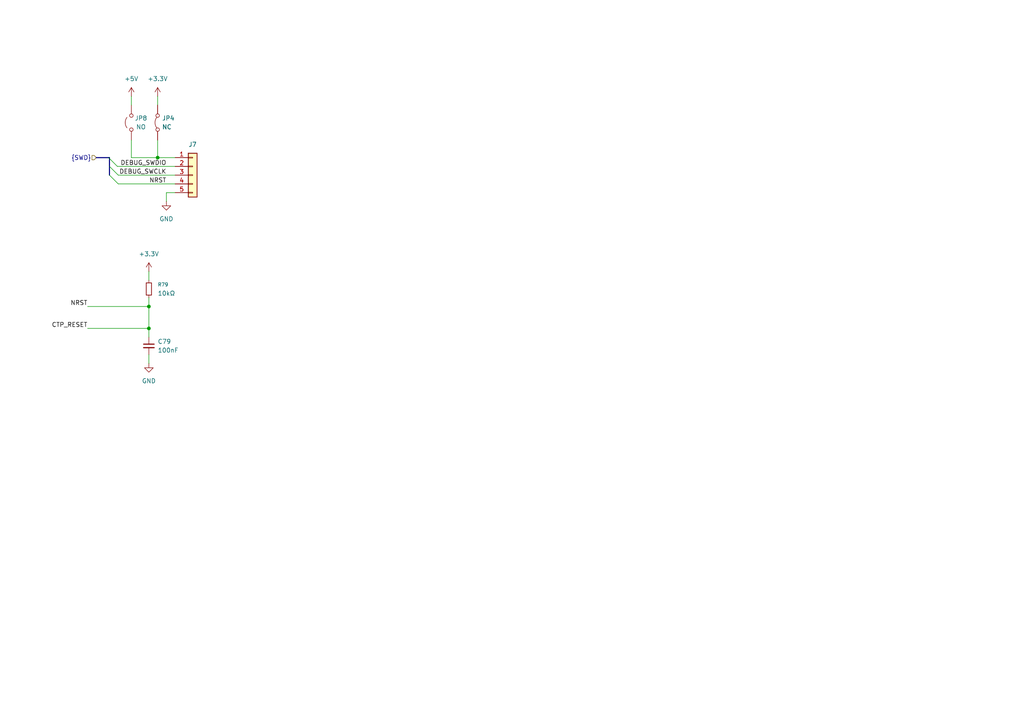
<source format=kicad_sch>
(kicad_sch (version 20250114) (generator "eeschema") (generator_version "9.0")
  (paper "A4")
  (title_block (rev "${REVISION}") (company "${COMPANY}"))
  (lib_symbols
    (symbol "0_capacitors:CL05B104KO5NNNC" (pin_numbers (hide yes)) (pin_names (offset 0.254) (hide yes))
      (property "Reference" "C" (at 0.254 1.778 0))
      (property "Value" "100nF" (at 0.254 -2.032 0))
      (symbol "CL05B104KO5NNNC_0_1"
        (polyline (pts (xy -1.524 0.508) (xy 1.524 0.508)) (stroke (width 0.3048)))
        (polyline (pts (xy -1.524 -0.508) (xy 1.524 -0.508)) (stroke (width 0.3302)))
      )
      (symbol "CL05B104KO5NNNC_1_1"
        (pin passive line (at 0 2.54 270) (length 2.032) (name "~") (number "1"))
        (pin passive line (at 0 -2.54 90) (length 2.032) (name "~") (number "2"))
      )
    )
    (symbol "0_connectors:B5B-PH-K-S" (pin_names (offset 1.016) (hide yes))
      (property "Reference" "J" (at 0 7.62 0))
      (symbol "B5B-PH-K-S_1_1"
        (rectangle (start -1.27 6.35) (end 1.27 -6.35) (stroke (width 0.254)) (fill (type background)))
        (rectangle (start -1.27 5.207) (end 0 4.953) (stroke (width 0.1524)))
        (rectangle (start -1.27 2.667) (end 0 2.413) (stroke (width 0.1524)))
        (rectangle (start -1.27 0.127) (end 0 -0.127) (stroke (width 0.1524)))
        (rectangle (start -1.27 -2.413) (end 0 -2.667) (stroke (width 0.1524)))
        (rectangle (start -1.27 -4.953) (end 0 -5.207) (stroke (width 0.1524)))
        (pin passive line (at -5.08 5.08 0) (length 3.81) (name "Pin_1") (number "1"))
        (pin passive line (at -5.08 2.54 0) (length 3.81) (name "Pin_2") (number "2"))
        (pin passive line (at -5.08 0 0) (length 3.81) (name "Pin_3") (number "3"))
        (pin passive line (at -5.08 -2.54 0) (length 3.81) (name "Pin_4") (number "4"))
        (pin passive line (at -5.08 -5.08 0) (length 3.81) (name "Pin_5") (number "5"))
      )
    )
    (symbol "0_modules:Jumper_2_Bridged" (pin_numbers (hide yes)) (pin_names (offset 0) (hide yes))
      (property "Reference" "JP" (at 0 1.905 0))
      (property "Value" "NC" (at 0 -2.54 0))
      (symbol "Jumper_2_Bridged_0_0"
        (circle (center -2.032 0) (radius 0.508))
        (circle (center 2.032 0) (radius 0.508))
      )
      (symbol "Jumper_2_Bridged_0_1"
        (arc (start -1.524 0.254) (mid 0 0.762) (end 1.524 0.254))
      )
      (symbol "Jumper_2_Bridged_1_1"
        (pin passive line (at -5.08 0 0) (length 2.54) (name "A") (number "1"))
        (pin passive line (at 5.08 0 180) (length 2.54) (name "B") (number "2"))
      )
    )
    (symbol "0_modules:Jumper_2_Open" (pin_numbers (hide yes)) (pin_names (offset 0) (hide yes))
      (property "Reference" "JP" (at 0 2.794 0))
      (property "Value" "NO" (at 0 -2.286 0))
      (symbol "Jumper_2_Open_0_0"
        (circle (center -2.032 0) (radius 0.508))
        (circle (center 2.032 0) (radius 0.508))
      )
      (symbol "Jumper_2_Open_0_1"
        (arc (start -1.524 1.27) (mid 0 1.778) (end 1.524 1.27))
      )
      (symbol "Jumper_2_Open_1_1"
        (pin passive line (at -5.08 0 0) (length 2.54) (name "A") (number "1"))
        (pin passive line (at 5.08 0 180) (length 2.54) (name "B") (number "2"))
      )
    )
    (symbol "0_resistors:0402WGF1002TCE" (pin_numbers (hide yes)) (pin_names (offset 0.254) (hide yes))
      (property "Reference" "R" (at 0 0 90))
      (property "Value" "10kΩ" (at 1.778 0 90))
      (symbol "0402WGF1002TCE_0_1"
        (rectangle (start -0.762 1.778) (end 0.762 -1.778) (stroke (width 0.2032)))
      )
      (symbol "0402WGF1002TCE_1_1"
        (pin passive line (at 0 2.54 270) (length 0.762) (name "~") (number "1"))
        (pin passive line (at 0 -2.54 90) (length 0.762) (name "~") (number "2"))
      )
    )
    (symbol "power:+3.3V" (power) (pin_numbers (hide yes)) (pin_names (offset 0) (hide yes))
      (property "Value" "+3.3V" (at 0 3.556 0))
      (symbol "+3.3V_0_1"
        (polyline (pts (xy -0.762 1.27) (xy 0 2.54)))
        (polyline (pts (xy 0 2.54) (xy 0.762 1.27)))
        (polyline (pts (xy 0 0) (xy 0 2.54)))
      )
      (symbol "+3.3V_1_1"
        (pin power_in line (at 0 0 90) (length 0) (name "~") (number "1"))
      )
    )
    (symbol "power:+5V" (power) (pin_numbers (hide yes)) (pin_names (offset 0) (hide yes))
      (property "Value" "+5V" (at 0 3.556 0))
      (symbol "+5V_0_1"
        (polyline (pts (xy -0.762 1.27) (xy 0 2.54)))
        (polyline (pts (xy 0 2.54) (xy 0.762 1.27)))
        (polyline (pts (xy 0 0) (xy 0 2.54)))
      )
      (symbol "+5V_1_1"
        (pin power_in line (at 0 0 90) (length 0) (name "~") (number "1"))
      )
    )
    (symbol "power:GND" (power) (pin_numbers (hide yes)) (pin_names (offset 0) (hide yes))
      (property "Value" "GND" (at 0 -3.81 0))
      (symbol "GND_0_1"
        (polyline (pts (xy 0 0) (xy 0 -1.27) (xy 1.27 -1.27) (xy 0 -2.54) (xy -1.27 -1.27) (xy 0 -1.27)))
      )
      (symbol "GND_1_1"
        (pin power_in line (at 0 0 270) (length 0) (name "~") (number "1"))
      )
    )
  )
  (junction (at 43.18 95.25))
  (junction (at 45.72 45.72))
  (junction (at 43.18 88.9))
  (bus_entry (at 31.496 45.72) (size 2.54 2.54))
  (bus_entry (at 31.75 50.8) (size 2.54 2.54))
  (bus_entry (at 31.75 48.26) (size 2.54 2.54))
  (wire (pts (xy 45.72 27.94) (xy 45.72 30.48)))
  (bus (pts (xy 31.496 45.72) (xy 31.75 45.72)))
  (bus (pts (xy 27.94 45.72) (xy 31.496 45.72)))
  (wire (pts (xy 34.036 48.26) (xy 50.8 48.26)))
  (wire (pts (xy 48.26 55.88) (xy 50.8 55.88)))
  (wire (pts (xy 43.18 102.87) (xy 43.18 105.41)))
  (wire (pts (xy 34.29 53.34) (xy 50.8 53.34)))
  (bus (pts (xy 31.75 48.26) (xy 31.75 50.8)))
  (wire (pts (xy 43.18 88.9) (xy 43.18 95.25)))
  (wire (pts (xy 34.29 50.8) (xy 50.8 50.8)))
  (wire (pts (xy 43.18 86.36) (xy 43.18 88.9)))
  (wire (pts (xy 48.26 55.88) (xy 48.26 58.42)))
  (wire (pts (xy 25.4 88.9) (xy 43.18 88.9)))
  (wire (pts (xy 38.1 40.64) (xy 38.1 45.72)))
  (wire (pts (xy 43.18 95.25) (xy 43.18 97.79)))
  (wire (pts (xy 43.18 78.74) (xy 43.18 81.28)))
  (wire (pts (xy 38.1 45.72) (xy 45.72 45.72)))
  (bus (pts (xy 31.75 45.72) (xy 31.75 48.26)))
  (wire (pts (xy 45.72 45.72) (xy 50.8 45.72)))
  (wire (pts (xy 38.1 27.94) (xy 38.1 30.48)))
  (wire (pts (xy 25.4 95.25) (xy 43.18 95.25)))
  (wire (pts (xy 45.72 40.64) (xy 45.72 45.72)))
  (label "NRST" (at 25.4 88.9 180))
  (label "DEBUG_SWDIO" (at 48.26 48.26 180))
  (label "CTP_RESET" (at 25.4 95.25 180))
  (label "DEBUG_SWCLK" (at 48.26 50.8 180))
  (label "NRST" (at 48.26 53.34 180))
  (hierarchical_label "{SWD}" (shape input) (at 27.94 45.72 180))
  (symbol (lib_id "0_resistors:0402WGF1002TCE") (at 43.18 83.82 0) (unit 1)
    (property "Reference" "R79" (at 45.72 82.55 0) (effects (font (size 1.016 1.016)) (justify left)))
    (property "Value" "10kΩ" (at 45.72 85.09 0) (effects (justify left)))
    (property "Footprint" "0_resistors:R_0402_1005Metric" (effects (hide yes)))
    (property "Description" "50V ±100ppm/℃ ±1% 10kΩ 0402" (effects (hide yes)))
    (property "Supplier 1" "JLCPCB" (effects (hide yes)))
    (property "Supplier Part Number 1" "C25744" (effects (hide yes)))
  )
  (symbol (lib_id "0_connectors:B5B-PH-K-S") (at 55.88 50.8 0) (unit 1)
    (property "Reference" "J7" (at 55.88 41.91 0))
    (property "Value" "Conn_01x05" (effects (hide yes)))
    (property "Footprint" "Connector_JST:JST_PH_B5B-PH-K_1x05_P2.00mm_Vertical" (effects (hide yes)))
    (property "Description" "CONN HEADER VERT 5POS 2MM" (effects (hide yes)))
    (property "Supplier 1" "JLCPCB" (effects (hide yes)))
    (property "Supplier Part Number 1" "C157993" (effects (hide yes)))
  )
  (symbol (lib_id "power:+5V") (at 38.1 27.94 0) (unit 1)
    (property "Reference" "#PWR0150" (effects (hide yes)))
    (property "Value" "+5V" (at 38.1 22.86 0))
    (property "Description" "Power symbol creates a global label with name \"+5V\"" (effects (hide yes)))
  )
  (symbol (lib_id "power:+3.3V") (at 43.18 78.74 0) (unit 1)
    (property "Reference" "#PWR0154" (effects (hide yes)))
    (property "Value" "+3.3V" (at 43.18 73.66 0))
    (property "Description" "Power symbol creates a global label with name \"+3.3V\"" (effects (hide yes)))
  )
  (symbol (lib_id "power:+3.3V") (at 45.72 27.94 0) (unit 1)
    (property "Reference" "#PWR0151" (effects (hide yes)))
    (property "Value" "+3.3V" (at 45.72 22.86 0))
    (property "Description" "Power symbol creates a global label with name \"+3.3V\"" (effects (hide yes)))
  )
  (symbol (lib_id "power:GND") (at 43.18 105.41 0) (unit 1)
    (property "Reference" "#PWR0153" (effects (hide yes)))
    (property "Value" "GND" (at 43.18 110.49 0))
    (property "Description" "Power symbol creates a global label with name \"GND\" , ground" (effects (hide yes)))
  )
  (symbol (lib_id "power:GND") (at 48.26 58.42 0) (unit 1)
    (property "Reference" "#PWR0152" (effects (hide yes)))
    (property "Value" "GND" (at 48.26 63.5 0))
    (property "Description" "Power symbol creates a global label with name \"GND\" , ground" (effects (hide yes)))
  )
  (symbol (lib_id "0_modules:Jumper_2_Open") (at 38.1 35.56 90) (mirror x) (unit 1)
    (property "Reference" "JP8" (at 40.894 34.29 90))
    (property "Value" "NO" (at 40.894 36.83 90))
    (property "Footprint" "Jumper:SolderJumper-2_P1.3mm_Open_TrianglePad1.0x1.5mm" (effects (hide yes)))
    (property "Description" "Jumper, 2-pole, open" (effects (hide yes)))
  )
  (symbol (lib_id "0_modules:Jumper_2_Bridged") (at 45.72 35.56 90) (unit 1)
    (property "Reference" "JP4" (at 46.99 34.29 90) (effects (justify right)))
    (property "Value" "NC" (at 46.99 36.83 90) (effects (justify right)))
    (property "Footprint" "Jumper:SolderJumper-2_P1.3mm_Open_TrianglePad1.0x1.5mm" (effects (hide yes)))
    (property "Description" "Jumper, 2-pole, closed/bridged" (effects (hide yes)))
  )
  (symbol (lib_id "0_capacitors:CL05B104KO5NNNC") (at 43.18 100.33 0) (unit 1)
    (property "Reference" "C79" (at 45.72 99.0663 0) (effects (justify left)))
    (property "Value" "100nF" (at 45.72 101.6063 0) (effects (justify left)))
    (property "Footprint" "0_capacitors:C_0402_1005Metric" (effects (hide yes)))
    (property "Description" "Unpolarized capacitor, small symbol" (effects (hide yes)))
    (property "Supplier 1" "JLCPCB" (effects (hide yes)))
    (property "Supplier Part Number 1" "C1525" (effects (hide yes)))
  )
)
</source>
